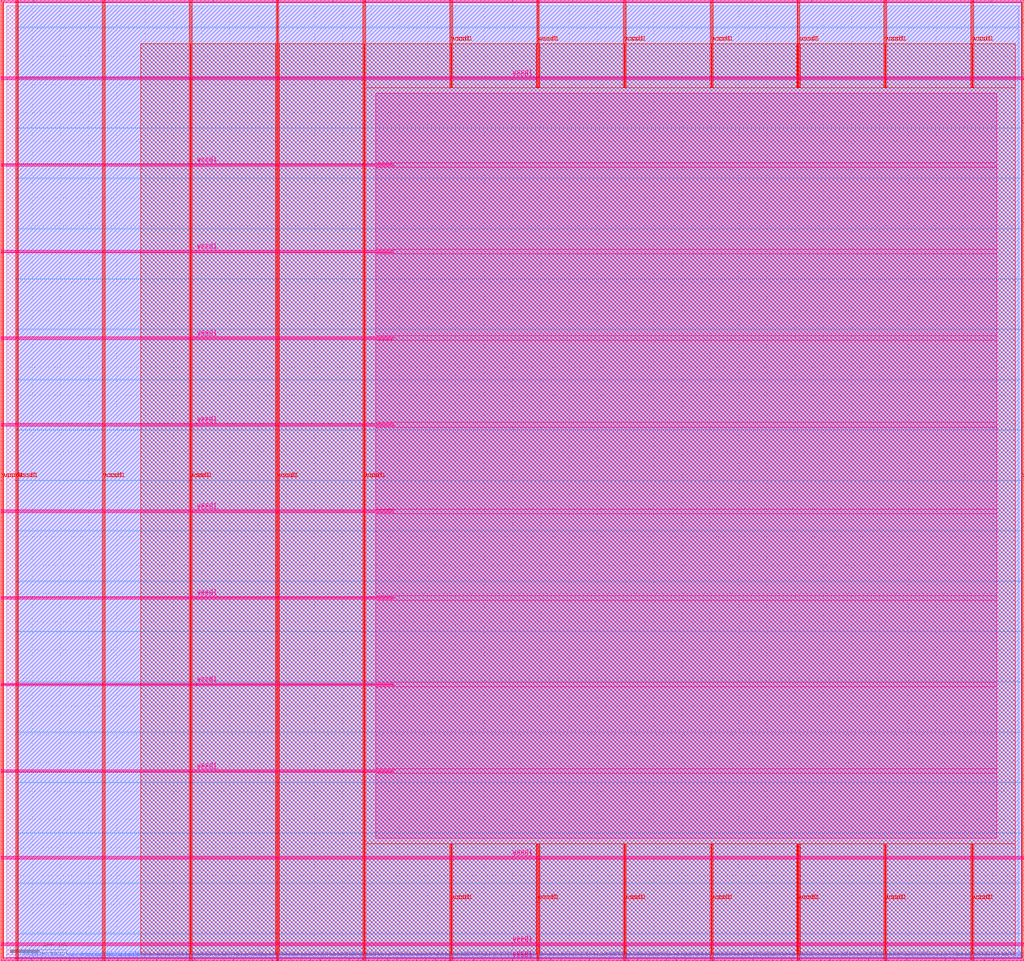
<source format=lef>
VERSION 5.7 ;
  NOWIREEXTENSIONATPIN ON ;
  DIVIDERCHAR "/" ;
  BUSBITCHARS "[]" ;
MACRO top_wrapper
  CLASS BLOCK ;
  FOREIGN top_wrapper ;
  ORIGIN 0.000 0.000 ;
  SIZE 1800.000 BY 1700.000 ;
  PIN ADC_OUT_OBS[0]
    DIRECTION OUTPUT TRISTATE ;
    USE SIGNAL ;
    PORT
      LAYER met3 ;
        RECT 1796.000 1472.920 1800.000 1473.520 ;
    END
  END ADC_OUT_OBS[0]
  PIN ADC_OUT_OBS[1]
    DIRECTION OUTPUT TRISTATE ;
    USE SIGNAL ;
    PORT
      LAYER met3 ;
        RECT 1796.000 1562.000 1800.000 1562.600 ;
    END
  END ADC_OUT_OBS[1]
  PIN ADC_OUT_OBS[2]
    DIRECTION OUTPUT TRISTATE ;
    USE SIGNAL ;
    PORT
      LAYER met3 ;
        RECT 1796.000 1651.080 1800.000 1651.680 ;
    END
  END ADC_OUT_OBS[2]
  PIN BL0
    DIRECTION INOUT ;
    USE SIGNAL ;
    PORT
      LAYER met2 ;
        RECT 1767.870 0.000 1768.150 4.000 ;
    END
  END BL0
  PIN CSA[0]
    DIRECTION OUTPUT TRISTATE ;
    USE SIGNAL ;
    PORT
      LAYER met3 ;
        RECT 1796.000 47.640 1800.000 48.240 ;
    END
  END CSA[0]
  PIN CSA[10]
    DIRECTION OUTPUT TRISTATE ;
    USE SIGNAL ;
    PORT
      LAYER met3 ;
        RECT 1796.000 938.440 1800.000 939.040 ;
    END
  END CSA[10]
  PIN CSA[11]
    DIRECTION OUTPUT TRISTATE ;
    USE SIGNAL ;
    PORT
      LAYER met3 ;
        RECT 1796.000 1027.520 1800.000 1028.120 ;
    END
  END CSA[11]
  PIN CSA[12]
    DIRECTION OUTPUT TRISTATE ;
    USE SIGNAL ;
    PORT
      LAYER met3 ;
        RECT 1796.000 1116.600 1800.000 1117.200 ;
    END
  END CSA[12]
  PIN CSA[13]
    DIRECTION OUTPUT TRISTATE ;
    USE SIGNAL ;
    PORT
      LAYER met3 ;
        RECT 1796.000 1205.680 1800.000 1206.280 ;
    END
  END CSA[13]
  PIN CSA[14]
    DIRECTION OUTPUT TRISTATE ;
    USE SIGNAL ;
    PORT
      LAYER met3 ;
        RECT 1796.000 1294.760 1800.000 1295.360 ;
    END
  END CSA[14]
  PIN CSA[15]
    DIRECTION OUTPUT TRISTATE ;
    USE SIGNAL ;
    PORT
      LAYER met3 ;
        RECT 1796.000 1383.840 1800.000 1384.440 ;
    END
  END CSA[15]
  PIN CSA[1]
    DIRECTION OUTPUT TRISTATE ;
    USE SIGNAL ;
    PORT
      LAYER met3 ;
        RECT 1796.000 136.720 1800.000 137.320 ;
    END
  END CSA[1]
  PIN CSA[2]
    DIRECTION OUTPUT TRISTATE ;
    USE SIGNAL ;
    PORT
      LAYER met3 ;
        RECT 1796.000 225.800 1800.000 226.400 ;
    END
  END CSA[2]
  PIN CSA[3]
    DIRECTION OUTPUT TRISTATE ;
    USE SIGNAL ;
    PORT
      LAYER met3 ;
        RECT 1796.000 314.880 1800.000 315.480 ;
    END
  END CSA[3]
  PIN CSA[4]
    DIRECTION OUTPUT TRISTATE ;
    USE SIGNAL ;
    PORT
      LAYER met3 ;
        RECT 1796.000 403.960 1800.000 404.560 ;
    END
  END CSA[4]
  PIN CSA[5]
    DIRECTION OUTPUT TRISTATE ;
    USE SIGNAL ;
    PORT
      LAYER met3 ;
        RECT 1796.000 493.040 1800.000 493.640 ;
    END
  END CSA[5]
  PIN CSA[6]
    DIRECTION OUTPUT TRISTATE ;
    USE SIGNAL ;
    PORT
      LAYER met3 ;
        RECT 1796.000 582.120 1800.000 582.720 ;
    END
  END CSA[6]
  PIN CSA[7]
    DIRECTION OUTPUT TRISTATE ;
    USE SIGNAL ;
    PORT
      LAYER met3 ;
        RECT 1796.000 671.200 1800.000 671.800 ;
    END
  END CSA[7]
  PIN CSA[8]
    DIRECTION OUTPUT TRISTATE ;
    USE SIGNAL ;
    PORT
      LAYER met3 ;
        RECT 1796.000 760.280 1800.000 760.880 ;
    END
  END CSA[8]
  PIN CSA[9]
    DIRECTION OUTPUT TRISTATE ;
    USE SIGNAL ;
    PORT
      LAYER met3 ;
        RECT 1796.000 849.360 1800.000 849.960 ;
    END
  END CSA[9]
  PIN REF_CSA
    DIRECTION INOUT ;
    USE SIGNAL ;
    PORT
      LAYER met2 ;
        RECT 1640.450 1696.000 1640.730 1700.000 ;
    END
  END REF_CSA
  PIN SL0
    DIRECTION INOUT ;
    USE SIGNAL ;
    PORT
      LAYER met2 ;
        RECT 1733.830 0.000 1734.110 4.000 ;
    END
  END SL0
  PIN V0_REF_ADC
    DIRECTION INOUT ;
    USE SIGNAL ;
    PORT
      LAYER met2 ;
        RECT 1323.050 1696.000 1323.330 1700.000 ;
    END
  END V0_REF_ADC
  PIN V1_BL
    DIRECTION INOUT ;
    USE SIGNAL ;
    PORT
      LAYER met2 ;
        RECT 899.850 1696.000 900.130 1700.000 ;
    END
  END V1_BL
  PIN V1_REF_ADC
    DIRECTION INOUT ;
    USE SIGNAL ;
    PORT
      LAYER met2 ;
        RECT 1428.850 1696.000 1429.130 1700.000 ;
    END
  END V1_REF_ADC
  PIN V1_SL
    DIRECTION INOUT ;
    USE SIGNAL ;
    PORT
      LAYER met2 ;
        RECT 476.650 1696.000 476.930 1700.000 ;
    END
  END V1_SL
  PIN V1_WL
    DIRECTION INOUT ;
    USE SIGNAL ;
    PORT
      LAYER met2 ;
        RECT 53.450 1696.000 53.730 1700.000 ;
    END
  END V1_WL
  PIN V2_BL
    DIRECTION INOUT ;
    USE SIGNAL ;
    PORT
      LAYER met2 ;
        RECT 1005.650 1696.000 1005.930 1700.000 ;
    END
  END V2_BL
  PIN V2_REF_ADC
    DIRECTION INOUT ;
    USE SIGNAL ;
    PORT
      LAYER met2 ;
        RECT 1534.650 1696.000 1534.930 1700.000 ;
    END
  END V2_REF_ADC
  PIN V2_SL
    DIRECTION INOUT ;
    USE SIGNAL ;
    PORT
      LAYER met2 ;
        RECT 582.450 1696.000 582.730 1700.000 ;
    END
  END V2_SL
  PIN V2_WL
    DIRECTION INOUT ;
    USE SIGNAL ;
    PORT
      LAYER met2 ;
        RECT 159.250 1696.000 159.530 1700.000 ;
    END
  END V2_WL
  PIN V3_BL
    DIRECTION INOUT ;
    USE SIGNAL ;
    PORT
      LAYER met2 ;
        RECT 1111.450 1696.000 1111.730 1700.000 ;
    END
  END V3_BL
  PIN V3_SL
    DIRECTION INOUT ;
    USE SIGNAL ;
    PORT
      LAYER met2 ;
        RECT 688.250 1696.000 688.530 1700.000 ;
    END
  END V3_SL
  PIN V3_WL
    DIRECTION INOUT ;
    USE SIGNAL ;
    PORT
      LAYER met2 ;
        RECT 265.050 1696.000 265.330 1700.000 ;
    END
  END V3_WL
  PIN V4_BL
    DIRECTION INOUT ;
    USE SIGNAL ;
    PORT
      LAYER met2 ;
        RECT 1217.250 1696.000 1217.530 1700.000 ;
    END
  END V4_BL
  PIN V4_SL
    DIRECTION INOUT ;
    USE SIGNAL ;
    PORT
      LAYER met2 ;
        RECT 794.050 1696.000 794.330 1700.000 ;
    END
  END V4_SL
  PIN V4_WL
    DIRECTION INOUT ;
    USE SIGNAL ;
    PORT
      LAYER met2 ;
        RECT 370.850 1696.000 371.130 1700.000 ;
    END
  END V4_WL
  PIN VDD_PRE
    DIRECTION INOUT ;
    USE SIGNAL ;
    PORT
      LAYER met2 ;
        RECT 1746.250 1696.000 1746.530 1700.000 ;
    END
  END VDD_PRE
  PIN WL0
    DIRECTION INOUT ;
    USE SIGNAL ;
    PORT
      LAYER met2 ;
        RECT 1750.850 0.000 1751.130 4.000 ;
    END
  END WL0
  PIN clk
    DIRECTION INPUT ;
    USE SIGNAL ;
    PORT
      LAYER met2 ;
        RECT 48.850 0.000 49.130 4.000 ;
    END
  END clk
  PIN enable_IM
    DIRECTION INPUT ;
    USE SIGNAL ;
    PORT
      LAYER met2 ;
        RECT 31.830 0.000 32.110 4.000 ;
    END
  END enable_IM
  PIN rst
    DIRECTION INPUT ;
    USE SIGNAL ;
    PORT
      LAYER met2 ;
        RECT 65.870 0.000 66.150 4.000 ;
    END
  END rst
  PIN vccd1
    DIRECTION INOUT ;
    USE POWER ;
    PORT
      LAYER met4 ;
        RECT -2.080 3.280 -0.480 1696.720 ;
    END
    PORT
      LAYER met5 ;
        RECT -2.080 3.280 1802.060 4.880 ;
    END
    PORT
      LAYER met5 ;
        RECT -2.080 1695.120 1802.060 1696.720 ;
    END
    PORT
      LAYER met4 ;
        RECT 1800.460 3.280 1802.060 1696.720 ;
    END
    PORT
      LAYER met4 ;
        RECT 21.040 -0.020 22.640 1700.020 ;
    END
    PORT
      LAYER met4 ;
        RECT 174.640 -0.020 176.240 1700.020 ;
    END
    PORT
      LAYER met4 ;
        RECT 328.240 -0.020 329.840 1700.020 ;
    END
    PORT
      LAYER met4 ;
        RECT 481.840 -0.020 483.440 1700.020 ;
    END
    PORT
      LAYER met4 ;
        RECT 635.440 -0.020 637.040 1700.020 ;
    END
    PORT
      LAYER met4 ;
        RECT 789.040 -0.020 790.640 206.780 ;
    END
    PORT
      LAYER met4 ;
        RECT 789.040 1545.180 790.640 1700.020 ;
    END
    PORT
      LAYER met4 ;
        RECT 942.640 -0.020 944.240 206.780 ;
    END
    PORT
      LAYER met4 ;
        RECT 942.640 1545.180 944.240 1700.020 ;
    END
    PORT
      LAYER met4 ;
        RECT 1096.240 -0.020 1097.840 206.780 ;
    END
    PORT
      LAYER met4 ;
        RECT 1096.240 1545.180 1097.840 1700.020 ;
    END
    PORT
      LAYER met4 ;
        RECT 1249.840 -0.020 1251.440 206.780 ;
    END
    PORT
      LAYER met4 ;
        RECT 1249.840 1545.180 1251.440 1700.020 ;
    END
    PORT
      LAYER met4 ;
        RECT 1403.440 -0.020 1405.040 206.780 ;
    END
    PORT
      LAYER met4 ;
        RECT 1403.440 1545.180 1405.040 1700.020 ;
    END
    PORT
      LAYER met4 ;
        RECT 1557.040 -0.020 1558.640 206.780 ;
    END
    PORT
      LAYER met4 ;
        RECT 1557.040 1545.180 1558.640 1700.020 ;
    END
    PORT
      LAYER met4 ;
        RECT 1710.640 -0.020 1712.240 206.780 ;
    END
    PORT
      LAYER met4 ;
        RECT 1710.640 1545.180 1712.240 1700.020 ;
    END
    PORT
      LAYER met5 ;
        RECT -5.380 26.730 1805.360 28.330 ;
    END
    PORT
      LAYER met5 ;
        RECT -5.380 179.910 1805.360 181.510 ;
    END
    PORT
      LAYER met5 ;
        RECT -5.380 333.090 688.340 334.690 ;
    END
    PORT
      LAYER met5 ;
        RECT -5.380 486.270 688.340 487.870 ;
    END
    PORT
      LAYER met5 ;
        RECT -5.380 639.450 688.340 641.050 ;
    END
    PORT
      LAYER met5 ;
        RECT -5.380 792.630 688.340 794.230 ;
    END
    PORT
      LAYER met5 ;
        RECT -5.380 945.810 688.340 947.410 ;
    END
    PORT
      LAYER met5 ;
        RECT -5.380 1098.990 688.340 1100.590 ;
    END
    PORT
      LAYER met5 ;
        RECT -5.380 1252.170 688.340 1253.770 ;
    END
    PORT
      LAYER met5 ;
        RECT -5.380 1405.350 688.340 1406.950 ;
    END
    PORT
      LAYER met5 ;
        RECT -5.380 1558.530 1805.360 1560.130 ;
    END
  END vccd1
  PIN vssd1
    DIRECTION INOUT ;
    USE GROUND ;
    PORT
      LAYER met4 ;
        RECT -5.380 -0.020 -3.780 1700.020 ;
    END
    PORT
      LAYER met5 ;
        RECT -5.380 -0.020 1805.360 1.580 ;
    END
    PORT
      LAYER met5 ;
        RECT -5.380 1698.420 1805.360 1700.020 ;
    END
    PORT
      LAYER met4 ;
        RECT 1803.760 -0.020 1805.360 1700.020 ;
    END
    PORT
      LAYER met4 ;
        RECT 24.340 -0.020 25.940 1700.020 ;
    END
    PORT
      LAYER met4 ;
        RECT 177.940 -0.020 179.540 1700.020 ;
    END
    PORT
      LAYER met4 ;
        RECT 331.540 -0.020 333.140 1700.020 ;
    END
    PORT
      LAYER met4 ;
        RECT 485.140 -0.020 486.740 1700.020 ;
    END
    PORT
      LAYER met4 ;
        RECT 638.740 -0.020 640.340 1700.020 ;
    END
    PORT
      LAYER met4 ;
        RECT 792.340 -0.020 793.940 206.780 ;
    END
    PORT
      LAYER met4 ;
        RECT 792.340 1545.180 793.940 1700.020 ;
    END
    PORT
      LAYER met4 ;
        RECT 945.940 -0.020 947.540 206.780 ;
    END
    PORT
      LAYER met4 ;
        RECT 945.940 1545.180 947.540 1700.020 ;
    END
    PORT
      LAYER met4 ;
        RECT 1099.540 -0.020 1101.140 206.780 ;
    END
    PORT
      LAYER met4 ;
        RECT 1099.540 1545.180 1101.140 1700.020 ;
    END
    PORT
      LAYER met4 ;
        RECT 1253.140 -0.020 1254.740 206.780 ;
    END
    PORT
      LAYER met4 ;
        RECT 1253.140 1545.180 1254.740 1700.020 ;
    END
    PORT
      LAYER met4 ;
        RECT 1406.740 -0.020 1408.340 206.780 ;
    END
    PORT
      LAYER met4 ;
        RECT 1406.740 1545.180 1408.340 1700.020 ;
    END
    PORT
      LAYER met4 ;
        RECT 1560.340 -0.020 1561.940 206.780 ;
    END
    PORT
      LAYER met4 ;
        RECT 1560.340 1545.180 1561.940 1700.020 ;
    END
    PORT
      LAYER met4 ;
        RECT 1713.940 -0.020 1715.540 206.780 ;
    END
    PORT
      LAYER met4 ;
        RECT 1713.940 1545.180 1715.540 1700.020 ;
    END
    PORT
      LAYER met5 ;
        RECT -5.380 30.030 1805.360 31.630 ;
    END
    PORT
      LAYER met5 ;
        RECT -5.380 183.210 1805.360 184.810 ;
    END
    PORT
      LAYER met5 ;
        RECT -5.380 336.390 688.340 337.990 ;
    END
    PORT
      LAYER met5 ;
        RECT -5.380 489.570 688.340 491.170 ;
    END
    PORT
      LAYER met5 ;
        RECT -5.380 642.750 688.340 644.350 ;
    END
    PORT
      LAYER met5 ;
        RECT -5.380 795.930 688.340 797.530 ;
    END
    PORT
      LAYER met5 ;
        RECT -5.380 949.110 688.340 950.710 ;
    END
    PORT
      LAYER met5 ;
        RECT -5.380 1102.290 688.340 1103.890 ;
    END
    PORT
      LAYER met5 ;
        RECT -5.380 1255.470 688.340 1257.070 ;
    END
    PORT
      LAYER met5 ;
        RECT -5.380 1408.650 688.340 1410.250 ;
    END
    PORT
      LAYER met5 ;
        RECT -5.380 1561.830 1805.360 1563.430 ;
    END
  END vssd1
  PIN wbs_we_i
    DIRECTION INPUT ;
    USE SIGNAL ;
    PORT
      LAYER met2 ;
        RECT 82.890 0.000 83.170 4.000 ;
    END
  END wbs_we_i
  PIN wishbone_address_bus[0]
    DIRECTION INPUT ;
    USE SIGNAL ;
    PORT
      LAYER met2 ;
        RECT 99.910 0.000 100.190 4.000 ;
    END
  END wishbone_address_bus[0]
  PIN wishbone_address_bus[10]
    DIRECTION INPUT ;
    USE SIGNAL ;
    PORT
      LAYER met2 ;
        RECT 610.510 0.000 610.790 4.000 ;
    END
  END wishbone_address_bus[10]
  PIN wishbone_address_bus[11]
    DIRECTION INPUT ;
    USE SIGNAL ;
    PORT
      LAYER met2 ;
        RECT 661.570 0.000 661.850 4.000 ;
    END
  END wishbone_address_bus[11]
  PIN wishbone_address_bus[12]
    DIRECTION INPUT ;
    USE SIGNAL ;
    PORT
      LAYER met2 ;
        RECT 712.630 0.000 712.910 4.000 ;
    END
  END wishbone_address_bus[12]
  PIN wishbone_address_bus[13]
    DIRECTION INPUT ;
    USE SIGNAL ;
    PORT
      LAYER met2 ;
        RECT 763.690 0.000 763.970 4.000 ;
    END
  END wishbone_address_bus[13]
  PIN wishbone_address_bus[14]
    DIRECTION INPUT ;
    USE SIGNAL ;
    PORT
      LAYER met2 ;
        RECT 814.750 0.000 815.030 4.000 ;
    END
  END wishbone_address_bus[14]
  PIN wishbone_address_bus[15]
    DIRECTION INPUT ;
    USE SIGNAL ;
    PORT
      LAYER met2 ;
        RECT 865.810 0.000 866.090 4.000 ;
    END
  END wishbone_address_bus[15]
  PIN wishbone_address_bus[16]
    DIRECTION INPUT ;
    USE SIGNAL ;
    PORT
      LAYER met2 ;
        RECT 916.870 0.000 917.150 4.000 ;
    END
  END wishbone_address_bus[16]
  PIN wishbone_address_bus[17]
    DIRECTION INPUT ;
    USE SIGNAL ;
    PORT
      LAYER met2 ;
        RECT 967.930 0.000 968.210 4.000 ;
    END
  END wishbone_address_bus[17]
  PIN wishbone_address_bus[18]
    DIRECTION INPUT ;
    USE SIGNAL ;
    PORT
      LAYER met2 ;
        RECT 1018.990 0.000 1019.270 4.000 ;
    END
  END wishbone_address_bus[18]
  PIN wishbone_address_bus[19]
    DIRECTION INPUT ;
    USE SIGNAL ;
    PORT
      LAYER met2 ;
        RECT 1070.050 0.000 1070.330 4.000 ;
    END
  END wishbone_address_bus[19]
  PIN wishbone_address_bus[1]
    DIRECTION INPUT ;
    USE SIGNAL ;
    PORT
      LAYER met2 ;
        RECT 150.970 0.000 151.250 4.000 ;
    END
  END wishbone_address_bus[1]
  PIN wishbone_address_bus[20]
    DIRECTION INPUT ;
    USE SIGNAL ;
    PORT
      LAYER met2 ;
        RECT 1121.110 0.000 1121.390 4.000 ;
    END
  END wishbone_address_bus[20]
  PIN wishbone_address_bus[21]
    DIRECTION INPUT ;
    USE SIGNAL ;
    PORT
      LAYER met2 ;
        RECT 1172.170 0.000 1172.450 4.000 ;
    END
  END wishbone_address_bus[21]
  PIN wishbone_address_bus[22]
    DIRECTION INPUT ;
    USE SIGNAL ;
    PORT
      LAYER met2 ;
        RECT 1223.230 0.000 1223.510 4.000 ;
    END
  END wishbone_address_bus[22]
  PIN wishbone_address_bus[23]
    DIRECTION INPUT ;
    USE SIGNAL ;
    PORT
      LAYER met2 ;
        RECT 1274.290 0.000 1274.570 4.000 ;
    END
  END wishbone_address_bus[23]
  PIN wishbone_address_bus[24]
    DIRECTION INPUT ;
    USE SIGNAL ;
    PORT
      LAYER met2 ;
        RECT 1325.350 0.000 1325.630 4.000 ;
    END
  END wishbone_address_bus[24]
  PIN wishbone_address_bus[25]
    DIRECTION INPUT ;
    USE SIGNAL ;
    PORT
      LAYER met2 ;
        RECT 1376.410 0.000 1376.690 4.000 ;
    END
  END wishbone_address_bus[25]
  PIN wishbone_address_bus[26]
    DIRECTION INPUT ;
    USE SIGNAL ;
    PORT
      LAYER met2 ;
        RECT 1427.470 0.000 1427.750 4.000 ;
    END
  END wishbone_address_bus[26]
  PIN wishbone_address_bus[27]
    DIRECTION INPUT ;
    USE SIGNAL ;
    PORT
      LAYER met2 ;
        RECT 1478.530 0.000 1478.810 4.000 ;
    END
  END wishbone_address_bus[27]
  PIN wishbone_address_bus[28]
    DIRECTION INPUT ;
    USE SIGNAL ;
    PORT
      LAYER met2 ;
        RECT 1529.590 0.000 1529.870 4.000 ;
    END
  END wishbone_address_bus[28]
  PIN wishbone_address_bus[29]
    DIRECTION INPUT ;
    USE SIGNAL ;
    PORT
      LAYER met2 ;
        RECT 1580.650 0.000 1580.930 4.000 ;
    END
  END wishbone_address_bus[29]
  PIN wishbone_address_bus[2]
    DIRECTION INPUT ;
    USE SIGNAL ;
    PORT
      LAYER met2 ;
        RECT 202.030 0.000 202.310 4.000 ;
    END
  END wishbone_address_bus[2]
  PIN wishbone_address_bus[30]
    DIRECTION INPUT ;
    USE SIGNAL ;
    PORT
      LAYER met2 ;
        RECT 1631.710 0.000 1631.990 4.000 ;
    END
  END wishbone_address_bus[30]
  PIN wishbone_address_bus[31]
    DIRECTION INPUT ;
    USE SIGNAL ;
    PORT
      LAYER met2 ;
        RECT 1682.770 0.000 1683.050 4.000 ;
    END
  END wishbone_address_bus[31]
  PIN wishbone_address_bus[3]
    DIRECTION INPUT ;
    USE SIGNAL ;
    PORT
      LAYER met2 ;
        RECT 253.090 0.000 253.370 4.000 ;
    END
  END wishbone_address_bus[3]
  PIN wishbone_address_bus[4]
    DIRECTION INPUT ;
    USE SIGNAL ;
    PORT
      LAYER met2 ;
        RECT 304.150 0.000 304.430 4.000 ;
    END
  END wishbone_address_bus[4]
  PIN wishbone_address_bus[5]
    DIRECTION INPUT ;
    USE SIGNAL ;
    PORT
      LAYER met2 ;
        RECT 355.210 0.000 355.490 4.000 ;
    END
  END wishbone_address_bus[5]
  PIN wishbone_address_bus[6]
    DIRECTION INPUT ;
    USE SIGNAL ;
    PORT
      LAYER met2 ;
        RECT 406.270 0.000 406.550 4.000 ;
    END
  END wishbone_address_bus[6]
  PIN wishbone_address_bus[7]
    DIRECTION INPUT ;
    USE SIGNAL ;
    PORT
      LAYER met2 ;
        RECT 457.330 0.000 457.610 4.000 ;
    END
  END wishbone_address_bus[7]
  PIN wishbone_address_bus[8]
    DIRECTION INPUT ;
    USE SIGNAL ;
    PORT
      LAYER met2 ;
        RECT 508.390 0.000 508.670 4.000 ;
    END
  END wishbone_address_bus[8]
  PIN wishbone_address_bus[9]
    DIRECTION INPUT ;
    USE SIGNAL ;
    PORT
      LAYER met2 ;
        RECT 559.450 0.000 559.730 4.000 ;
    END
  END wishbone_address_bus[9]
  PIN wishbone_data_in[0]
    DIRECTION INPUT ;
    USE SIGNAL ;
    PORT
      LAYER met2 ;
        RECT 116.930 0.000 117.210 4.000 ;
    END
  END wishbone_data_in[0]
  PIN wishbone_data_in[10]
    DIRECTION INPUT ;
    USE SIGNAL ;
    PORT
      LAYER met2 ;
        RECT 627.530 0.000 627.810 4.000 ;
    END
  END wishbone_data_in[10]
  PIN wishbone_data_in[11]
    DIRECTION INPUT ;
    USE SIGNAL ;
    PORT
      LAYER met2 ;
        RECT 678.590 0.000 678.870 4.000 ;
    END
  END wishbone_data_in[11]
  PIN wishbone_data_in[12]
    DIRECTION INPUT ;
    USE SIGNAL ;
    PORT
      LAYER met2 ;
        RECT 729.650 0.000 729.930 4.000 ;
    END
  END wishbone_data_in[12]
  PIN wishbone_data_in[13]
    DIRECTION INPUT ;
    USE SIGNAL ;
    PORT
      LAYER met2 ;
        RECT 780.710 0.000 780.990 4.000 ;
    END
  END wishbone_data_in[13]
  PIN wishbone_data_in[14]
    DIRECTION INPUT ;
    USE SIGNAL ;
    PORT
      LAYER met2 ;
        RECT 831.770 0.000 832.050 4.000 ;
    END
  END wishbone_data_in[14]
  PIN wishbone_data_in[15]
    DIRECTION INPUT ;
    USE SIGNAL ;
    PORT
      LAYER met2 ;
        RECT 882.830 0.000 883.110 4.000 ;
    END
  END wishbone_data_in[15]
  PIN wishbone_data_in[16]
    DIRECTION INPUT ;
    USE SIGNAL ;
    PORT
      LAYER met2 ;
        RECT 933.890 0.000 934.170 4.000 ;
    END
  END wishbone_data_in[16]
  PIN wishbone_data_in[17]
    DIRECTION INPUT ;
    USE SIGNAL ;
    PORT
      LAYER met2 ;
        RECT 984.950 0.000 985.230 4.000 ;
    END
  END wishbone_data_in[17]
  PIN wishbone_data_in[18]
    DIRECTION INPUT ;
    USE SIGNAL ;
    PORT
      LAYER met2 ;
        RECT 1036.010 0.000 1036.290 4.000 ;
    END
  END wishbone_data_in[18]
  PIN wishbone_data_in[19]
    DIRECTION INPUT ;
    USE SIGNAL ;
    PORT
      LAYER met2 ;
        RECT 1087.070 0.000 1087.350 4.000 ;
    END
  END wishbone_data_in[19]
  PIN wishbone_data_in[1]
    DIRECTION INPUT ;
    USE SIGNAL ;
    PORT
      LAYER met2 ;
        RECT 167.990 0.000 168.270 4.000 ;
    END
  END wishbone_data_in[1]
  PIN wishbone_data_in[20]
    DIRECTION INPUT ;
    USE SIGNAL ;
    PORT
      LAYER met2 ;
        RECT 1138.130 0.000 1138.410 4.000 ;
    END
  END wishbone_data_in[20]
  PIN wishbone_data_in[21]
    DIRECTION INPUT ;
    USE SIGNAL ;
    PORT
      LAYER met2 ;
        RECT 1189.190 0.000 1189.470 4.000 ;
    END
  END wishbone_data_in[21]
  PIN wishbone_data_in[22]
    DIRECTION INPUT ;
    USE SIGNAL ;
    PORT
      LAYER met2 ;
        RECT 1240.250 0.000 1240.530 4.000 ;
    END
  END wishbone_data_in[22]
  PIN wishbone_data_in[23]
    DIRECTION INPUT ;
    USE SIGNAL ;
    PORT
      LAYER met2 ;
        RECT 1291.310 0.000 1291.590 4.000 ;
    END
  END wishbone_data_in[23]
  PIN wishbone_data_in[24]
    DIRECTION INPUT ;
    USE SIGNAL ;
    PORT
      LAYER met2 ;
        RECT 1342.370 0.000 1342.650 4.000 ;
    END
  END wishbone_data_in[24]
  PIN wishbone_data_in[25]
    DIRECTION INPUT ;
    USE SIGNAL ;
    PORT
      LAYER met2 ;
        RECT 1393.430 0.000 1393.710 4.000 ;
    END
  END wishbone_data_in[25]
  PIN wishbone_data_in[26]
    DIRECTION INPUT ;
    USE SIGNAL ;
    PORT
      LAYER met2 ;
        RECT 1444.490 0.000 1444.770 4.000 ;
    END
  END wishbone_data_in[26]
  PIN wishbone_data_in[27]
    DIRECTION INPUT ;
    USE SIGNAL ;
    PORT
      LAYER met2 ;
        RECT 1495.550 0.000 1495.830 4.000 ;
    END
  END wishbone_data_in[27]
  PIN wishbone_data_in[28]
    DIRECTION INPUT ;
    USE SIGNAL ;
    PORT
      LAYER met2 ;
        RECT 1546.610 0.000 1546.890 4.000 ;
    END
  END wishbone_data_in[28]
  PIN wishbone_data_in[29]
    DIRECTION INPUT ;
    USE SIGNAL ;
    PORT
      LAYER met2 ;
        RECT 1597.670 0.000 1597.950 4.000 ;
    END
  END wishbone_data_in[29]
  PIN wishbone_data_in[2]
    DIRECTION INPUT ;
    USE SIGNAL ;
    PORT
      LAYER met2 ;
        RECT 219.050 0.000 219.330 4.000 ;
    END
  END wishbone_data_in[2]
  PIN wishbone_data_in[30]
    DIRECTION INPUT ;
    USE SIGNAL ;
    PORT
      LAYER met2 ;
        RECT 1648.730 0.000 1649.010 4.000 ;
    END
  END wishbone_data_in[30]
  PIN wishbone_data_in[31]
    DIRECTION INPUT ;
    USE SIGNAL ;
    PORT
      LAYER met2 ;
        RECT 1699.790 0.000 1700.070 4.000 ;
    END
  END wishbone_data_in[31]
  PIN wishbone_data_in[3]
    DIRECTION INPUT ;
    USE SIGNAL ;
    PORT
      LAYER met2 ;
        RECT 270.110 0.000 270.390 4.000 ;
    END
  END wishbone_data_in[3]
  PIN wishbone_data_in[4]
    DIRECTION INPUT ;
    USE SIGNAL ;
    PORT
      LAYER met2 ;
        RECT 321.170 0.000 321.450 4.000 ;
    END
  END wishbone_data_in[4]
  PIN wishbone_data_in[5]
    DIRECTION INPUT ;
    USE SIGNAL ;
    PORT
      LAYER met2 ;
        RECT 372.230 0.000 372.510 4.000 ;
    END
  END wishbone_data_in[5]
  PIN wishbone_data_in[6]
    DIRECTION INPUT ;
    USE SIGNAL ;
    PORT
      LAYER met2 ;
        RECT 423.290 0.000 423.570 4.000 ;
    END
  END wishbone_data_in[6]
  PIN wishbone_data_in[7]
    DIRECTION INPUT ;
    USE SIGNAL ;
    PORT
      LAYER met2 ;
        RECT 474.350 0.000 474.630 4.000 ;
    END
  END wishbone_data_in[7]
  PIN wishbone_data_in[8]
    DIRECTION INPUT ;
    USE SIGNAL ;
    PORT
      LAYER met2 ;
        RECT 525.410 0.000 525.690 4.000 ;
    END
  END wishbone_data_in[8]
  PIN wishbone_data_in[9]
    DIRECTION INPUT ;
    USE SIGNAL ;
    PORT
      LAYER met2 ;
        RECT 576.470 0.000 576.750 4.000 ;
    END
  END wishbone_data_in[9]
  PIN wishbone_data_out[0]
    DIRECTION OUTPUT TRISTATE ;
    USE SIGNAL ;
    PORT
      LAYER met2 ;
        RECT 133.950 0.000 134.230 4.000 ;
    END
  END wishbone_data_out[0]
  PIN wishbone_data_out[10]
    DIRECTION OUTPUT TRISTATE ;
    USE SIGNAL ;
    PORT
      LAYER met2 ;
        RECT 644.550 0.000 644.830 4.000 ;
    END
  END wishbone_data_out[10]
  PIN wishbone_data_out[11]
    DIRECTION OUTPUT TRISTATE ;
    USE SIGNAL ;
    PORT
      LAYER met2 ;
        RECT 695.610 0.000 695.890 4.000 ;
    END
  END wishbone_data_out[11]
  PIN wishbone_data_out[12]
    DIRECTION OUTPUT TRISTATE ;
    USE SIGNAL ;
    PORT
      LAYER met2 ;
        RECT 746.670 0.000 746.950 4.000 ;
    END
  END wishbone_data_out[12]
  PIN wishbone_data_out[13]
    DIRECTION OUTPUT TRISTATE ;
    USE SIGNAL ;
    PORT
      LAYER met2 ;
        RECT 797.730 0.000 798.010 4.000 ;
    END
  END wishbone_data_out[13]
  PIN wishbone_data_out[14]
    DIRECTION OUTPUT TRISTATE ;
    USE SIGNAL ;
    PORT
      LAYER met2 ;
        RECT 848.790 0.000 849.070 4.000 ;
    END
  END wishbone_data_out[14]
  PIN wishbone_data_out[15]
    DIRECTION OUTPUT TRISTATE ;
    USE SIGNAL ;
    PORT
      LAYER met2 ;
        RECT 899.850 0.000 900.130 4.000 ;
    END
  END wishbone_data_out[15]
  PIN wishbone_data_out[16]
    DIRECTION OUTPUT TRISTATE ;
    USE SIGNAL ;
    PORT
      LAYER met2 ;
        RECT 950.910 0.000 951.190 4.000 ;
    END
  END wishbone_data_out[16]
  PIN wishbone_data_out[17]
    DIRECTION OUTPUT TRISTATE ;
    USE SIGNAL ;
    PORT
      LAYER met2 ;
        RECT 1001.970 0.000 1002.250 4.000 ;
    END
  END wishbone_data_out[17]
  PIN wishbone_data_out[18]
    DIRECTION OUTPUT TRISTATE ;
    USE SIGNAL ;
    PORT
      LAYER met2 ;
        RECT 1053.030 0.000 1053.310 4.000 ;
    END
  END wishbone_data_out[18]
  PIN wishbone_data_out[19]
    DIRECTION OUTPUT TRISTATE ;
    USE SIGNAL ;
    PORT
      LAYER met2 ;
        RECT 1104.090 0.000 1104.370 4.000 ;
    END
  END wishbone_data_out[19]
  PIN wishbone_data_out[1]
    DIRECTION OUTPUT TRISTATE ;
    USE SIGNAL ;
    PORT
      LAYER met2 ;
        RECT 185.010 0.000 185.290 4.000 ;
    END
  END wishbone_data_out[1]
  PIN wishbone_data_out[20]
    DIRECTION OUTPUT TRISTATE ;
    USE SIGNAL ;
    PORT
      LAYER met2 ;
        RECT 1155.150 0.000 1155.430 4.000 ;
    END
  END wishbone_data_out[20]
  PIN wishbone_data_out[21]
    DIRECTION OUTPUT TRISTATE ;
    USE SIGNAL ;
    PORT
      LAYER met2 ;
        RECT 1206.210 0.000 1206.490 4.000 ;
    END
  END wishbone_data_out[21]
  PIN wishbone_data_out[22]
    DIRECTION OUTPUT TRISTATE ;
    USE SIGNAL ;
    PORT
      LAYER met2 ;
        RECT 1257.270 0.000 1257.550 4.000 ;
    END
  END wishbone_data_out[22]
  PIN wishbone_data_out[23]
    DIRECTION OUTPUT TRISTATE ;
    USE SIGNAL ;
    PORT
      LAYER met2 ;
        RECT 1308.330 0.000 1308.610 4.000 ;
    END
  END wishbone_data_out[23]
  PIN wishbone_data_out[24]
    DIRECTION OUTPUT TRISTATE ;
    USE SIGNAL ;
    PORT
      LAYER met2 ;
        RECT 1359.390 0.000 1359.670 4.000 ;
    END
  END wishbone_data_out[24]
  PIN wishbone_data_out[25]
    DIRECTION OUTPUT TRISTATE ;
    USE SIGNAL ;
    PORT
      LAYER met2 ;
        RECT 1410.450 0.000 1410.730 4.000 ;
    END
  END wishbone_data_out[25]
  PIN wishbone_data_out[26]
    DIRECTION OUTPUT TRISTATE ;
    USE SIGNAL ;
    PORT
      LAYER met2 ;
        RECT 1461.510 0.000 1461.790 4.000 ;
    END
  END wishbone_data_out[26]
  PIN wishbone_data_out[27]
    DIRECTION OUTPUT TRISTATE ;
    USE SIGNAL ;
    PORT
      LAYER met2 ;
        RECT 1512.570 0.000 1512.850 4.000 ;
    END
  END wishbone_data_out[27]
  PIN wishbone_data_out[28]
    DIRECTION OUTPUT TRISTATE ;
    USE SIGNAL ;
    PORT
      LAYER met2 ;
        RECT 1563.630 0.000 1563.910 4.000 ;
    END
  END wishbone_data_out[28]
  PIN wishbone_data_out[29]
    DIRECTION OUTPUT TRISTATE ;
    USE SIGNAL ;
    PORT
      LAYER met2 ;
        RECT 1614.690 0.000 1614.970 4.000 ;
    END
  END wishbone_data_out[29]
  PIN wishbone_data_out[2]
    DIRECTION OUTPUT TRISTATE ;
    USE SIGNAL ;
    PORT
      LAYER met2 ;
        RECT 236.070 0.000 236.350 4.000 ;
    END
  END wishbone_data_out[2]
  PIN wishbone_data_out[30]
    DIRECTION OUTPUT TRISTATE ;
    USE SIGNAL ;
    PORT
      LAYER met2 ;
        RECT 1665.750 0.000 1666.030 4.000 ;
    END
  END wishbone_data_out[30]
  PIN wishbone_data_out[31]
    DIRECTION OUTPUT TRISTATE ;
    USE SIGNAL ;
    PORT
      LAYER met2 ;
        RECT 1716.810 0.000 1717.090 4.000 ;
    END
  END wishbone_data_out[31]
  PIN wishbone_data_out[3]
    DIRECTION OUTPUT TRISTATE ;
    USE SIGNAL ;
    PORT
      LAYER met2 ;
        RECT 287.130 0.000 287.410 4.000 ;
    END
  END wishbone_data_out[3]
  PIN wishbone_data_out[4]
    DIRECTION OUTPUT TRISTATE ;
    USE SIGNAL ;
    PORT
      LAYER met2 ;
        RECT 338.190 0.000 338.470 4.000 ;
    END
  END wishbone_data_out[4]
  PIN wishbone_data_out[5]
    DIRECTION OUTPUT TRISTATE ;
    USE SIGNAL ;
    PORT
      LAYER met2 ;
        RECT 389.250 0.000 389.530 4.000 ;
    END
  END wishbone_data_out[5]
  PIN wishbone_data_out[6]
    DIRECTION OUTPUT TRISTATE ;
    USE SIGNAL ;
    PORT
      LAYER met2 ;
        RECT 440.310 0.000 440.590 4.000 ;
    END
  END wishbone_data_out[6]
  PIN wishbone_data_out[7]
    DIRECTION OUTPUT TRISTATE ;
    USE SIGNAL ;
    PORT
      LAYER met2 ;
        RECT 491.370 0.000 491.650 4.000 ;
    END
  END wishbone_data_out[7]
  PIN wishbone_data_out[8]
    DIRECTION OUTPUT TRISTATE ;
    USE SIGNAL ;
    PORT
      LAYER met2 ;
        RECT 542.430 0.000 542.710 4.000 ;
    END
  END wishbone_data_out[8]
  PIN wishbone_data_out[9]
    DIRECTION OUTPUT TRISTATE ;
    USE SIGNAL ;
    PORT
      LAYER met2 ;
        RECT 593.490 0.000 593.770 4.000 ;
    END
  END wishbone_data_out[9]
  OBS
      LAYER li1 ;
        RECT 5.520 10.795 1794.460 1689.205 ;
      LAYER met1 ;
        RECT 5.520 6.500 1799.910 1689.360 ;
      LAYER met2 ;
        RECT 21.070 1695.720 53.170 1696.330 ;
        RECT 54.010 1695.720 158.970 1696.330 ;
        RECT 159.810 1695.720 264.770 1696.330 ;
        RECT 265.610 1695.720 370.570 1696.330 ;
        RECT 371.410 1695.720 476.370 1696.330 ;
        RECT 477.210 1695.720 582.170 1696.330 ;
        RECT 583.010 1695.720 687.970 1696.330 ;
        RECT 688.810 1695.720 793.770 1696.330 ;
        RECT 794.610 1695.720 899.570 1696.330 ;
        RECT 900.410 1695.720 1005.370 1696.330 ;
        RECT 1006.210 1695.720 1111.170 1696.330 ;
        RECT 1112.010 1695.720 1216.970 1696.330 ;
        RECT 1217.810 1695.720 1322.770 1696.330 ;
        RECT 1323.610 1695.720 1428.570 1696.330 ;
        RECT 1429.410 1695.720 1534.370 1696.330 ;
        RECT 1535.210 1695.720 1640.170 1696.330 ;
        RECT 1641.010 1695.720 1745.970 1696.330 ;
        RECT 1746.810 1695.720 1799.880 1696.330 ;
        RECT 21.070 4.280 1799.880 1695.720 ;
        RECT 21.070 3.670 31.550 4.280 ;
        RECT 32.390 3.670 48.570 4.280 ;
        RECT 49.410 3.670 65.590 4.280 ;
        RECT 66.430 3.670 82.610 4.280 ;
        RECT 83.450 3.670 99.630 4.280 ;
        RECT 100.470 3.670 116.650 4.280 ;
        RECT 117.490 3.670 133.670 4.280 ;
        RECT 134.510 3.670 150.690 4.280 ;
        RECT 151.530 3.670 167.710 4.280 ;
        RECT 168.550 3.670 184.730 4.280 ;
        RECT 185.570 3.670 201.750 4.280 ;
        RECT 202.590 3.670 218.770 4.280 ;
        RECT 219.610 3.670 235.790 4.280 ;
        RECT 236.630 3.670 252.810 4.280 ;
        RECT 253.650 3.670 269.830 4.280 ;
        RECT 270.670 3.670 286.850 4.280 ;
        RECT 287.690 3.670 303.870 4.280 ;
        RECT 304.710 3.670 320.890 4.280 ;
        RECT 321.730 3.670 337.910 4.280 ;
        RECT 338.750 3.670 354.930 4.280 ;
        RECT 355.770 3.670 371.950 4.280 ;
        RECT 372.790 3.670 388.970 4.280 ;
        RECT 389.810 3.670 405.990 4.280 ;
        RECT 406.830 3.670 423.010 4.280 ;
        RECT 423.850 3.670 440.030 4.280 ;
        RECT 440.870 3.670 457.050 4.280 ;
        RECT 457.890 3.670 474.070 4.280 ;
        RECT 474.910 3.670 491.090 4.280 ;
        RECT 491.930 3.670 508.110 4.280 ;
        RECT 508.950 3.670 525.130 4.280 ;
        RECT 525.970 3.670 542.150 4.280 ;
        RECT 542.990 3.670 559.170 4.280 ;
        RECT 560.010 3.670 576.190 4.280 ;
        RECT 577.030 3.670 593.210 4.280 ;
        RECT 594.050 3.670 610.230 4.280 ;
        RECT 611.070 3.670 627.250 4.280 ;
        RECT 628.090 3.670 644.270 4.280 ;
        RECT 645.110 3.670 661.290 4.280 ;
        RECT 662.130 3.670 678.310 4.280 ;
        RECT 679.150 3.670 695.330 4.280 ;
        RECT 696.170 3.670 712.350 4.280 ;
        RECT 713.190 3.670 729.370 4.280 ;
        RECT 730.210 3.670 746.390 4.280 ;
        RECT 747.230 3.670 763.410 4.280 ;
        RECT 764.250 3.670 780.430 4.280 ;
        RECT 781.270 3.670 797.450 4.280 ;
        RECT 798.290 3.670 814.470 4.280 ;
        RECT 815.310 3.670 831.490 4.280 ;
        RECT 832.330 3.670 848.510 4.280 ;
        RECT 849.350 3.670 865.530 4.280 ;
        RECT 866.370 3.670 882.550 4.280 ;
        RECT 883.390 3.670 899.570 4.280 ;
        RECT 900.410 3.670 916.590 4.280 ;
        RECT 917.430 3.670 933.610 4.280 ;
        RECT 934.450 3.670 950.630 4.280 ;
        RECT 951.470 3.670 967.650 4.280 ;
        RECT 968.490 3.670 984.670 4.280 ;
        RECT 985.510 3.670 1001.690 4.280 ;
        RECT 1002.530 3.670 1018.710 4.280 ;
        RECT 1019.550 3.670 1035.730 4.280 ;
        RECT 1036.570 3.670 1052.750 4.280 ;
        RECT 1053.590 3.670 1069.770 4.280 ;
        RECT 1070.610 3.670 1086.790 4.280 ;
        RECT 1087.630 3.670 1103.810 4.280 ;
        RECT 1104.650 3.670 1120.830 4.280 ;
        RECT 1121.670 3.670 1137.850 4.280 ;
        RECT 1138.690 3.670 1154.870 4.280 ;
        RECT 1155.710 3.670 1171.890 4.280 ;
        RECT 1172.730 3.670 1188.910 4.280 ;
        RECT 1189.750 3.670 1205.930 4.280 ;
        RECT 1206.770 3.670 1222.950 4.280 ;
        RECT 1223.790 3.670 1239.970 4.280 ;
        RECT 1240.810 3.670 1256.990 4.280 ;
        RECT 1257.830 3.670 1274.010 4.280 ;
        RECT 1274.850 3.670 1291.030 4.280 ;
        RECT 1291.870 3.670 1308.050 4.280 ;
        RECT 1308.890 3.670 1325.070 4.280 ;
        RECT 1325.910 3.670 1342.090 4.280 ;
        RECT 1342.930 3.670 1359.110 4.280 ;
        RECT 1359.950 3.670 1376.130 4.280 ;
        RECT 1376.970 3.670 1393.150 4.280 ;
        RECT 1393.990 3.670 1410.170 4.280 ;
        RECT 1411.010 3.670 1427.190 4.280 ;
        RECT 1428.030 3.670 1444.210 4.280 ;
        RECT 1445.050 3.670 1461.230 4.280 ;
        RECT 1462.070 3.670 1478.250 4.280 ;
        RECT 1479.090 3.670 1495.270 4.280 ;
        RECT 1496.110 3.670 1512.290 4.280 ;
        RECT 1513.130 3.670 1529.310 4.280 ;
        RECT 1530.150 3.670 1546.330 4.280 ;
        RECT 1547.170 3.670 1563.350 4.280 ;
        RECT 1564.190 3.670 1580.370 4.280 ;
        RECT 1581.210 3.670 1597.390 4.280 ;
        RECT 1598.230 3.670 1614.410 4.280 ;
        RECT 1615.250 3.670 1631.430 4.280 ;
        RECT 1632.270 3.670 1648.450 4.280 ;
        RECT 1649.290 3.670 1665.470 4.280 ;
        RECT 1666.310 3.670 1682.490 4.280 ;
        RECT 1683.330 3.670 1699.510 4.280 ;
        RECT 1700.350 3.670 1716.530 4.280 ;
        RECT 1717.370 3.670 1733.550 4.280 ;
        RECT 1734.390 3.670 1750.570 4.280 ;
        RECT 1751.410 3.670 1767.590 4.280 ;
        RECT 1768.430 3.670 1799.880 4.280 ;
      LAYER met3 ;
        RECT 21.050 1652.080 1796.235 1689.285 ;
        RECT 21.050 1650.680 1795.600 1652.080 ;
        RECT 21.050 1563.000 1796.235 1650.680 ;
        RECT 21.050 1561.600 1795.600 1563.000 ;
        RECT 21.050 1473.920 1796.235 1561.600 ;
        RECT 21.050 1472.520 1795.600 1473.920 ;
        RECT 21.050 1384.840 1796.235 1472.520 ;
        RECT 21.050 1383.440 1795.600 1384.840 ;
        RECT 21.050 1295.760 1796.235 1383.440 ;
        RECT 21.050 1294.360 1795.600 1295.760 ;
        RECT 21.050 1206.680 1796.235 1294.360 ;
        RECT 21.050 1205.280 1795.600 1206.680 ;
        RECT 21.050 1117.600 1796.235 1205.280 ;
        RECT 21.050 1116.200 1795.600 1117.600 ;
        RECT 21.050 1028.520 1796.235 1116.200 ;
        RECT 21.050 1027.120 1795.600 1028.520 ;
        RECT 21.050 939.440 1796.235 1027.120 ;
        RECT 21.050 938.040 1795.600 939.440 ;
        RECT 21.050 850.360 1796.235 938.040 ;
        RECT 21.050 848.960 1795.600 850.360 ;
        RECT 21.050 761.280 1796.235 848.960 ;
        RECT 21.050 759.880 1795.600 761.280 ;
        RECT 21.050 672.200 1796.235 759.880 ;
        RECT 21.050 670.800 1795.600 672.200 ;
        RECT 21.050 583.120 1796.235 670.800 ;
        RECT 21.050 581.720 1795.600 583.120 ;
        RECT 21.050 494.040 1796.235 581.720 ;
        RECT 21.050 492.640 1795.600 494.040 ;
        RECT 21.050 404.960 1796.235 492.640 ;
        RECT 21.050 403.560 1795.600 404.960 ;
        RECT 21.050 315.880 1796.235 403.560 ;
        RECT 21.050 314.480 1795.600 315.880 ;
        RECT 21.050 226.800 1796.235 314.480 ;
        RECT 21.050 225.400 1795.600 226.800 ;
        RECT 21.050 137.720 1796.235 225.400 ;
        RECT 21.050 136.320 1795.600 137.720 ;
        RECT 21.050 48.640 1796.235 136.320 ;
        RECT 21.050 47.240 1795.600 48.640 ;
        RECT 21.050 8.335 1796.235 47.240 ;
      LAYER met4 ;
        RECT 242.255 11.735 327.840 1622.305 ;
        RECT 330.240 11.735 331.140 1622.305 ;
        RECT 333.540 11.735 481.440 1622.305 ;
        RECT 483.840 11.735 484.740 1622.305 ;
        RECT 487.140 11.735 635.040 1622.305 ;
        RECT 637.440 11.735 638.340 1622.305 ;
        RECT 640.740 1544.780 788.640 1622.305 ;
        RECT 791.040 1544.780 791.940 1622.305 ;
        RECT 794.340 1544.780 942.240 1622.305 ;
        RECT 944.640 1544.780 945.540 1622.305 ;
        RECT 947.940 1544.780 1095.840 1622.305 ;
        RECT 1098.240 1544.780 1099.140 1622.305 ;
        RECT 1101.540 1544.780 1249.440 1622.305 ;
        RECT 1251.840 1544.780 1252.740 1622.305 ;
        RECT 1255.140 1544.780 1403.040 1622.305 ;
        RECT 1405.440 1544.780 1406.340 1622.305 ;
        RECT 1408.740 1544.780 1556.640 1622.305 ;
        RECT 1559.040 1544.780 1559.940 1622.305 ;
        RECT 1562.340 1544.780 1710.240 1622.305 ;
        RECT 1712.640 1544.780 1713.540 1622.305 ;
        RECT 1715.940 1544.780 1789.105 1622.305 ;
        RECT 640.740 207.180 1789.105 1544.780 ;
        RECT 640.740 11.735 788.640 207.180 ;
        RECT 791.040 11.735 791.940 207.180 ;
        RECT 794.340 11.735 942.240 207.180 ;
        RECT 944.640 11.735 945.540 207.180 ;
        RECT 947.940 11.735 1095.840 207.180 ;
        RECT 1098.240 11.735 1099.140 207.180 ;
        RECT 1101.540 11.735 1249.440 207.180 ;
        RECT 1251.840 11.735 1252.740 207.180 ;
        RECT 1255.140 11.735 1403.040 207.180 ;
        RECT 1405.440 11.735 1406.340 207.180 ;
        RECT 1408.740 11.735 1556.640 207.180 ;
        RECT 1559.040 11.735 1559.940 207.180 ;
        RECT 1562.340 11.735 1710.240 207.180 ;
        RECT 1712.640 11.735 1713.540 207.180 ;
        RECT 1715.940 11.735 1789.105 207.180 ;
      LAYER met5 ;
        RECT 657.770 1411.850 1756.280 1534.880 ;
        RECT 689.940 1403.750 1756.280 1411.850 ;
        RECT 657.770 1258.670 1756.280 1403.750 ;
        RECT 689.940 1250.570 1756.280 1258.670 ;
        RECT 657.770 1105.490 1756.280 1250.570 ;
        RECT 689.940 1097.390 1756.280 1105.490 ;
        RECT 657.770 952.310 1756.280 1097.390 ;
        RECT 689.940 944.210 1756.280 952.310 ;
        RECT 657.770 799.130 1756.280 944.210 ;
        RECT 689.940 791.030 1756.280 799.130 ;
        RECT 657.770 645.950 1756.280 791.030 ;
        RECT 689.940 637.850 1756.280 645.950 ;
        RECT 657.770 492.770 1756.280 637.850 ;
        RECT 689.940 484.670 1756.280 492.770 ;
        RECT 657.770 339.590 1756.280 484.670 ;
        RECT 689.940 331.490 1756.280 339.590 ;
        RECT 657.770 217.080 1756.280 331.490 ;
  END
END top_wrapper
END LIBRARY


</source>
